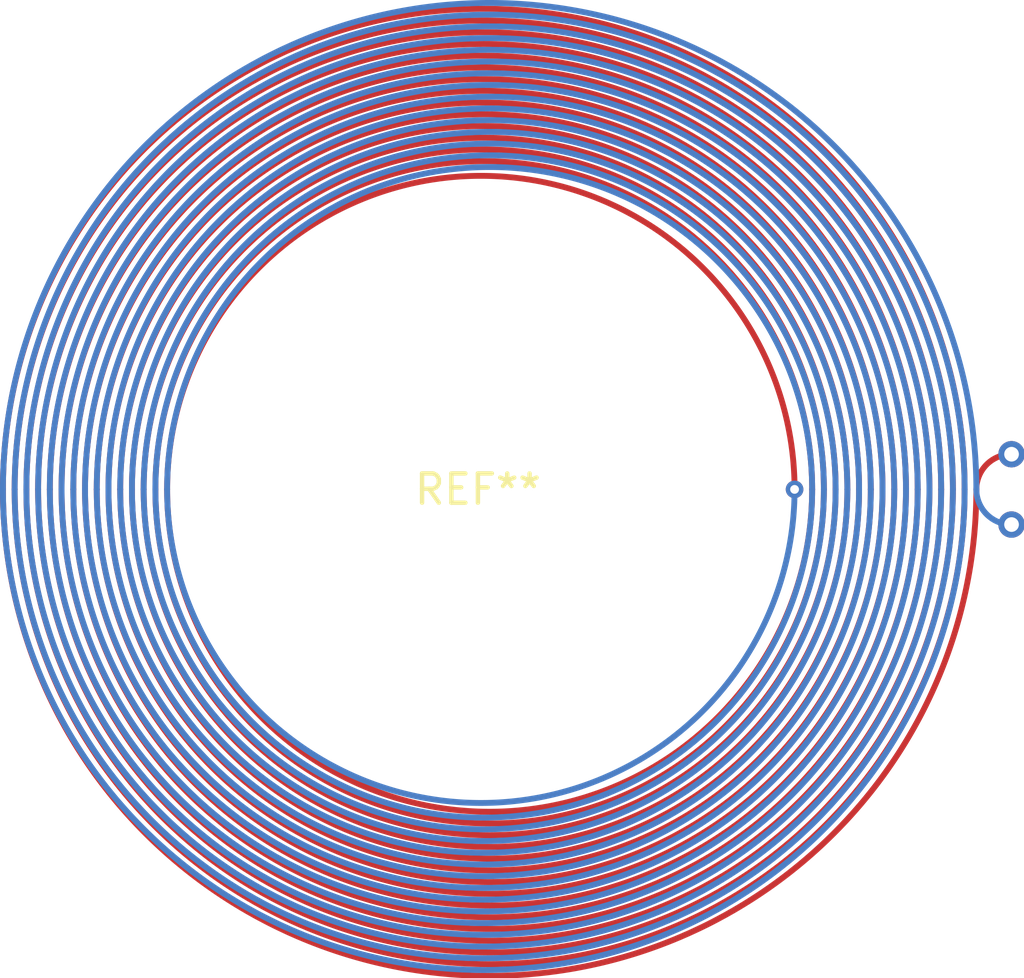
<source format=kicad_pcb>
(kicad_pcb (version 20240108) (generator "pcbnew") (generator_version "8.0")
  (layers (0 "F.Cu" signal) (31 "B.Cu" signal) (34 "B.Paste" user) (35 "F.Paste" user) (36 "B.SilkS" user "B.Silkscreen") (37 "F.SilkS" user "F.Silkscreen") (38 "B.Mask" user) (39 "F.Mask" user) (44 "Edge.Cuts" user))
  (net 0 "")
  (footprint "coils:Coil based on ID" (layer "F.Cu") (at 151.5 94)
    (property "Reference" "REF**" (at 0 0 0) (layer "F.SilkS"))
    (property "Value" "Coil based on ID")
    (fp_arc (start -16.2 0) (mid 0.2 -16.4) (end 16.6 0) (stroke (width 0.2)) (layer "F.Cu"))
    (fp_arc (start -15.8 0) (mid 0.2 -16) (end 16.2 0) (stroke (width 0.2)) (layer "F.Cu"))
    (fp_arc (start -15.4 0) (mid 0.2 -15.6) (end 15.8 0) (stroke (width 0.2)) (layer "F.Cu"))
    (fp_arc (start -15 0) (mid 0.2 -15.2) (end 15.4 0) (stroke (width 0.2)) (layer "F.Cu"))
    (fp_arc (start -14.6 0) (mid 0.2 -14.8) (end 15 0) (stroke (width 0.2)) (layer "F.Cu"))
    (fp_arc (start -14.2 0) (mid 0.2 -14.4) (end 14.6 0) (stroke (width 0.2)) (layer "F.Cu"))
    (fp_arc (start -13.8 0) (mid 0.2 -14) (end 14.2 0) (stroke (width 0.2)) (layer "F.Cu"))
    (fp_arc (start -13.4 0) (mid 0.2 -13.6) (end 13.8 0) (stroke (width 0.2)) (layer "F.Cu"))
    (fp_arc (start -13 0) (mid 0.2 -13.2) (end 13.4 0) (stroke (width 0.2)) (layer "F.Cu"))
    (fp_arc (start -12.6 0) (mid 0.2 -12.8) (end 13 0) (stroke (width 0.2)) (layer "F.Cu"))
    (fp_arc (start -12.2 0) (mid 0.2 -12.4) (end 12.6 0) (stroke (width 0.2)) (layer "F.Cu"))
    (fp_arc (start -11.8 0) (mid 0.2 -12) (end 12.2 0) (stroke (width 0.2)) (layer "F.Cu"))
    (fp_arc (start -11.4 0) (mid 0.2 -11.6) (end 11.8 0) (stroke (width 0.2)) (layer "F.Cu"))
    (fp_arc (start -11 0) (mid 0.2 -11.2) (end 11.4 0) (stroke (width 0.2)) (layer "F.Cu"))
    (fp_arc (start -10.6 0) (mid 0.1 -10.7) (end 10.8 0) (stroke (width 0.2)) (layer "F.Cu"))
    (fp_arc (start 11.4 0) (mid 0.4 11) (end -10.6 0) (stroke (width 0.2)) (layer "F.Cu"))
    (fp_arc (start 11.8 0) (mid 0.4 11.4) (end -11 0) (stroke (width 0.2)) (layer "F.Cu"))
    (fp_arc (start 12.2 0) (mid 0.4 11.8) (end -11.4 0) (stroke (width 0.2)) (layer "F.Cu"))
    (fp_arc (start 12.6 0) (mid 0.4 12.2) (end -11.8 0) (stroke (width 0.2)) (layer "F.Cu"))
    (fp_arc (start 13 0) (mid 0.4 12.6) (end -12.2 0) (stroke (width 0.2)) (layer "F.Cu"))
    (fp_arc (start 13.4 0) (mid 0.4 13) (end -12.6 0) (stroke (width 0.2)) (layer "F.Cu"))
    (fp_arc (start 13.8 0) (mid 0.4 13.4) (end -13 0) (stroke (width 0.2)) (layer "F.Cu"))
    (fp_arc (start 14.2 0) (mid 0.4 13.8) (end -13.4 0) (stroke (width 0.2)) (layer "F.Cu"))
    (fp_arc (start 14.6 0) (mid 0.4 14.2) (end -13.8 0) (stroke (width 0.2)) (layer "F.Cu"))
    (fp_arc (start 15 0) (mid 0.4 14.6) (end -14.2 0) (stroke (width 0.2)) (layer "F.Cu"))
    (fp_arc (start 15.4 0) (mid 0.4 15) (end -14.6 0) (stroke (width 0.2)) (layer "F.Cu"))
    (fp_arc (start 15.8 0) (mid 0.4 15.4) (end -15 0) (stroke (width 0.2)) (layer "F.Cu"))
    (fp_arc (start 16.2 0) (mid 0.4 15.8) (end -15.4 0) (stroke (width 0.2)) (layer "F.Cu"))
    (fp_arc (start 16.6 0) (mid 0.4 16.2) (end -15.8 0) (stroke (width 0.2)) (layer "F.Cu"))
    (fp_arc (start 17 0) (mid 0.4 16.6) (end -16.2 0) (stroke (width 0.2)) (layer "F.Cu"))
    (fp_arc (start 17 0) (mid 17.351472 -0.848528) (end 18.2 -1.2) (stroke (width 0.2)) (layer "F.Cu"))
    (fp_arc (start -16.2 0) (mid 0.4 -16.6) (end 17 0) (stroke (width 0.2)) (layer "B.Cu"))
    (fp_arc (start -15.8 0) (mid 0.4 -16.2) (end 16.6 0) (stroke (width 0.2)) (layer "B.Cu"))
    (fp_arc (start -15.4 0) (mid 0.4 -15.8) (end 16.2 0) (stroke (width 0.2)) (layer "B.Cu"))
    (fp_arc (start -15 0) (mid 0.4 -15.4) (end 15.8 0) (stroke (width 0.2)) (layer "B.Cu"))
    (fp_arc (start -14.6 0) (mid 0.4 -15) (end 15.4 0) (stroke (width 0.2)) (layer "B.Cu"))
    (fp_arc (start -14.2 0) (mid 0.4 -14.6) (end 15 0) (stroke (width 0.2)) (layer "B.Cu"))
    (fp_arc (start -13.8 0) (mid 0.4 -14.2) (end 14.6 0) (stroke (width 0.2)) (layer "B.Cu"))
    (fp_arc (start -13.4 0) (mid 0.4 -13.8) (end 14.2 0) (stroke (width 0.2)) (layer "B.Cu"))
    (fp_arc (start -13 0) (mid 0.4 -13.4) (end 13.8 0) (stroke (width 0.2)) (layer "B.Cu"))
    (fp_arc (start -12.6 0) (mid 0.4 -13) (end 13.4 0) (stroke (width 0.2)) (layer "B.Cu"))
    (fp_arc (start -12.2 0) (mid 0.4 -12.6) (end 13 0) (stroke (width 0.2)) (layer "B.Cu"))
    (fp_arc (start -11.8 0) (mid 0.4 -12.2) (end 12.6 0) (stroke (width 0.2)) (layer "B.Cu"))
    (fp_arc (start -11.4 0) (mid 0.4 -11.8) (end 12.2 0) (stroke (width 0.2)) (layer "B.Cu"))
    (fp_arc (start -11 0) (mid 0.4 -11.4) (end 11.8 0) (stroke (width 0.2)) (layer "B.Cu"))
    (fp_arc (start -10.6 0) (mid 0.4 -11) (end 11.4 0) (stroke (width 0.2)) (layer "B.Cu"))
    (fp_arc (start 10.8 0) (mid 0.1 10.7) (end -10.6 0) (stroke (width 0.2)) (layer "B.Cu"))
    (fp_arc (start 11.4 0) (mid 0.2 11.2) (end -11 0) (stroke (width 0.2)) (layer "B.Cu"))
    (fp_arc (start 11.8 0) (mid 0.2 11.6) (end -11.4 0) (stroke (width 0.2)) (layer "B.Cu"))
    (fp_arc (start 12.2 0) (mid 0.2 12) (end -11.8 0) (stroke (width 0.2)) (layer "B.Cu"))
    (fp_arc (start 12.6 0) (mid 0.2 12.4) (end -12.2 0) (stroke (width 0.2)) (layer "B.Cu"))
    (fp_arc (start 13 0) (mid 0.2 12.8) (end -12.6 0) (stroke (width 0.2)) (layer "B.Cu"))
    (fp_arc (start 13.4 0) (mid 0.2 13.2) (end -13 0) (stroke (width 0.2)) (layer "B.Cu"))
    (fp_arc (start 13.8 0) (mid 0.2 13.6) (end -13.4 0) (stroke (width 0.2)) (layer "B.Cu"))
    (fp_arc (start 14.2 0) (mid 0.2 14) (end -13.8 0) (stroke (width 0.2)) (layer "B.Cu"))
    (fp_arc (start 14.6 0) (mid 0.2 14.4) (end -14.2 0) (stroke (width 0.2)) (layer "B.Cu"))
    (fp_arc (start 15 0) (mid 0.2 14.8) (end -14.6 0) (stroke (width 0.2)) (layer "B.Cu"))
    (fp_arc (start 15.4 0) (mid 0.2 15.2) (end -15 0) (stroke (width 0.2)) (layer "B.Cu"))
    (fp_arc (start 15.8 0) (mid 0.2 15.6) (end -15.4 0) (stroke (width 0.2)) (layer "B.Cu"))
    (fp_arc (start 16.2 0) (mid 0.2 16) (end -15.8 0) (stroke (width 0.2)) (layer "B.Cu"))
    (fp_arc (start 16.6 0) (mid 0.2 16.4) (end -16.2 0) (stroke (width 0.2)) (layer "B.Cu"))
    (fp_arc (start 18.2 1.2) (mid 17.351472 0.848528) (end 17 0) (stroke (width 0.2)) (layer "B.Cu"))
    (pad "1" thru_hole circle (at 18.2 -1.2) (size 0.9 0.9) (drill 0.5) (layers "*.Cu"))
    (pad "2" thru_hole circle (at 18.2 1.2) (size 0.9 0.9) (drill 0.5) (layers "*.Cu"))
    (pad "3" thru_hole circle (at 10.8 0) (size 0.6 0.6) (drill 0.3) (layers "*.Cu"))
  )
)
</source>
